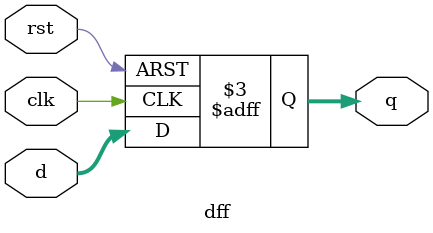
<source format=v>
`timescale 1ns / 1ps
module dff(d, clk, rst, q);
input clk, rst;
input [31:0] d;
output [31:0] q;
reg [31:0] q;

always @ (posedge clk or posedge rst) begin
	if (rst == 1'b1)
		q <= 32'b0;
	else 
		q <= d;
end

endmodule

</source>
